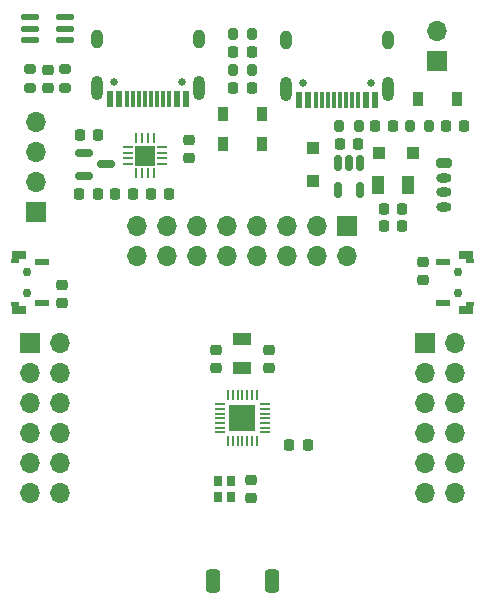
<source format=gbr>
%TF.GenerationSoftware,KiCad,Pcbnew,(6.0.0)*%
%TF.CreationDate,2022-01-05T23:10:14+08:00*%
%TF.ProjectId,CH573_KIT,43483537-335f-44b4-9954-2e6b69636164,rev?*%
%TF.SameCoordinates,Original*%
%TF.FileFunction,Soldermask,Top*%
%TF.FilePolarity,Negative*%
%FSLAX46Y46*%
G04 Gerber Fmt 4.6, Leading zero omitted, Abs format (unit mm)*
G04 Created by KiCad (PCBNEW (6.0.0)) date 2022-01-05 23:10:14*
%MOMM*%
%LPD*%
G01*
G04 APERTURE LIST*
G04 Aperture macros list*
%AMRoundRect*
0 Rectangle with rounded corners*
0 $1 Rounding radius*
0 $2 $3 $4 $5 $6 $7 $8 $9 X,Y pos of 4 corners*
0 Add a 4 corners polygon primitive as box body*
4,1,4,$2,$3,$4,$5,$6,$7,$8,$9,$2,$3,0*
0 Add four circle primitives for the rounded corners*
1,1,$1+$1,$2,$3*
1,1,$1+$1,$4,$5*
1,1,$1+$1,$6,$7*
1,1,$1+$1,$8,$9*
0 Add four rect primitives between the rounded corners*
20,1,$1+$1,$2,$3,$4,$5,0*
20,1,$1+$1,$4,$5,$6,$7,0*
20,1,$1+$1,$6,$7,$8,$9,0*
20,1,$1+$1,$8,$9,$2,$3,0*%
G04 Aperture macros list end*
%ADD10RoundRect,0.225000X-0.250000X0.225000X-0.250000X-0.225000X0.250000X-0.225000X0.250000X0.225000X0*%
%ADD11RoundRect,0.225000X0.225000X0.250000X-0.225000X0.250000X-0.225000X-0.250000X0.225000X-0.250000X0*%
%ADD12RoundRect,0.200000X0.200000X0.275000X-0.200000X0.275000X-0.200000X-0.275000X0.200000X-0.275000X0*%
%ADD13RoundRect,0.200000X-0.200000X-0.275000X0.200000X-0.275000X0.200000X0.275000X-0.200000X0.275000X0*%
%ADD14O,1.700000X1.700000*%
%ADD15R,1.700000X1.700000*%
%ADD16RoundRect,0.200000X0.275000X-0.200000X0.275000X0.200000X-0.275000X0.200000X-0.275000X-0.200000X0*%
%ADD17RoundRect,0.218750X0.218750X0.256250X-0.218750X0.256250X-0.218750X-0.256250X0.218750X-0.256250X0*%
%ADD18RoundRect,0.225000X0.250000X-0.225000X0.250000X0.225000X-0.250000X0.225000X-0.250000X-0.225000X0*%
%ADD19R,0.800000X0.900000*%
%ADD20RoundRect,0.225000X-0.225000X-0.250000X0.225000X-0.250000X0.225000X0.250000X-0.225000X0.250000X0*%
%ADD21C,0.650000*%
%ADD22R,0.600000X1.450000*%
%ADD23R,0.300000X1.450000*%
%ADD24O,1.000000X2.100000*%
%ADD25O,1.000000X1.600000*%
%ADD26RoundRect,0.150000X-0.587500X-0.150000X0.587500X-0.150000X0.587500X0.150000X-0.587500X0.150000X0*%
%ADD27R,0.900000X1.200000*%
%ADD28R,1.100000X1.100000*%
%ADD29RoundRect,0.125000X-0.650000X-0.125000X0.650000X-0.125000X0.650000X0.125000X-0.650000X0.125000X0*%
%ADD30R,1.500000X1.000000*%
%ADD31C,0.750000*%
%ADD32R,1.200000X0.600000*%
%ADD33R,0.650000X0.450000*%
%ADD34R,1.300000X0.650000*%
%ADD35RoundRect,0.062500X0.062500X-0.350000X0.062500X0.350000X-0.062500X0.350000X-0.062500X-0.350000X0*%
%ADD36RoundRect,0.062500X0.350000X-0.062500X0.350000X0.062500X-0.350000X0.062500X-0.350000X-0.062500X0*%
%ADD37RoundRect,0.150000X-0.150000X0.512500X-0.150000X-0.512500X0.150000X-0.512500X0.150000X0.512500X0*%
%ADD38RoundRect,0.050000X-0.050000X0.362500X-0.050000X-0.362500X0.050000X-0.362500X0.050000X0.362500X0*%
%ADD39RoundRect,0.050000X-0.362500X0.050000X-0.362500X-0.050000X0.362500X-0.050000X0.362500X0.050000X0*%
%ADD40R,2.300000X2.300000*%
%ADD41RoundRect,0.300000X0.300000X0.700000X-0.300000X0.700000X-0.300000X-0.700000X0.300000X-0.700000X0*%
%ADD42RoundRect,0.200000X-0.450000X0.200000X-0.450000X-0.200000X0.450000X-0.200000X0.450000X0.200000X0*%
%ADD43O,1.300000X0.800000*%
%ADD44R,1.000000X1.500000*%
G04 APERTURE END LIST*
D10*
%TO.C,C4*%
X165750000Y-90225000D03*
X165750000Y-91775000D03*
%TD*%
D11*
%TO.C,C11*%
X152750000Y-66000000D03*
X151200000Y-66000000D03*
%TD*%
D12*
%TO.C,R4*%
X174825000Y-60250000D03*
X173175000Y-60250000D03*
%TD*%
D13*
%TO.C,R2*%
X179175000Y-60250000D03*
X180825000Y-60250000D03*
%TD*%
D14*
%TO.C,J3*%
X149515000Y-91350000D03*
X146975000Y-91350000D03*
X149515000Y-88810000D03*
X146975000Y-88810000D03*
X149515000Y-86270000D03*
X146975000Y-86270000D03*
X149515000Y-83730000D03*
X146975000Y-83730000D03*
X149515000Y-81190000D03*
X146975000Y-81190000D03*
X149515000Y-78650000D03*
D15*
X146975000Y-78650000D03*
%TD*%
D16*
%TO.C,R5*%
X150000000Y-57075000D03*
X150000000Y-55425000D03*
%TD*%
D17*
%TO.C,F2*%
X178537500Y-68750000D03*
X176962500Y-68750000D03*
%TD*%
D18*
%TO.C,C12*%
X160500000Y-63000000D03*
X160500000Y-61450000D03*
%TD*%
D15*
%TO.C,J4*%
X173875000Y-68725000D03*
D14*
X173875000Y-71265000D03*
X171335000Y-68725000D03*
X171335000Y-71265000D03*
X168795000Y-68725000D03*
X168795000Y-71265000D03*
X166255000Y-68725000D03*
X166255000Y-71265000D03*
X163715000Y-68725000D03*
X163715000Y-71265000D03*
X161175000Y-68725000D03*
X161175000Y-71265000D03*
X158635000Y-68725000D03*
X158635000Y-71265000D03*
X156095000Y-68725000D03*
X156095000Y-71265000D03*
%TD*%
D19*
%TO.C,Y1*%
X164050000Y-90300000D03*
X164050000Y-91700000D03*
X162950000Y-91700000D03*
X162950000Y-90300000D03*
%TD*%
D10*
%TO.C,C16*%
X180250000Y-71725000D03*
X180250000Y-73275000D03*
%TD*%
D20*
%TO.C,C2*%
X164225000Y-57000000D03*
X165775000Y-57000000D03*
%TD*%
D11*
%TO.C,C7*%
X174775000Y-61750000D03*
X173225000Y-61750000D03*
%TD*%
D21*
%TO.C,USB2*%
X159890000Y-56540000D03*
X154110000Y-56540000D03*
D22*
X160250000Y-57985000D03*
X159450000Y-57985000D03*
D23*
X158250000Y-57985000D03*
X157250000Y-57985000D03*
X156750000Y-57985000D03*
X155750000Y-57985000D03*
D22*
X154550000Y-57985000D03*
X153750000Y-57985000D03*
X153750000Y-57985000D03*
X154550000Y-57985000D03*
D23*
X155250000Y-57985000D03*
X156250000Y-57985000D03*
X157750000Y-57985000D03*
X158750000Y-57985000D03*
D22*
X159450000Y-57985000D03*
X160250000Y-57985000D03*
D24*
X152680000Y-57070000D03*
D25*
X161320000Y-52890000D03*
D24*
X161320000Y-57070000D03*
D25*
X152680000Y-52890000D03*
%TD*%
D26*
%TO.C,U3*%
X151562500Y-62550000D03*
X151562500Y-64450000D03*
X153437500Y-63500000D03*
%TD*%
D15*
%TO.C,J2*%
X147500000Y-67500000D03*
D14*
X147500000Y-64960000D03*
X147500000Y-62420000D03*
X147500000Y-59880000D03*
%TD*%
D21*
%TO.C,USB1*%
X170110000Y-56600000D03*
X175890000Y-56600000D03*
D22*
X176250000Y-58045000D03*
X175450000Y-58045000D03*
D23*
X174250000Y-58045000D03*
X173250000Y-58045000D03*
X172750000Y-58045000D03*
X171750000Y-58045000D03*
D22*
X170550000Y-58045000D03*
X169750000Y-58045000D03*
X169750000Y-58045000D03*
X170550000Y-58045000D03*
D23*
X171250000Y-58045000D03*
X172250000Y-58045000D03*
X173750000Y-58045000D03*
X174750000Y-58045000D03*
D22*
X175450000Y-58045000D03*
X176250000Y-58045000D03*
D25*
X168680000Y-52950000D03*
D24*
X168680000Y-57130000D03*
D25*
X177320000Y-52950000D03*
D24*
X177320000Y-57130000D03*
%TD*%
D15*
%TO.C,J1*%
X181500000Y-54775000D03*
D14*
X181500000Y-52235000D03*
%TD*%
D11*
%TO.C,C13*%
X178525000Y-67250000D03*
X176975000Y-67250000D03*
%TD*%
D16*
%TO.C,R6*%
X147000000Y-57075000D03*
X147000000Y-55425000D03*
%TD*%
D27*
%TO.C,D4*%
X166650000Y-59250000D03*
X163350000Y-59250000D03*
%TD*%
D28*
%TO.C,D6*%
X171000000Y-62100000D03*
X171000000Y-64900000D03*
%TD*%
D29*
%TO.C,U5*%
X147000000Y-51000000D03*
X147000000Y-52000000D03*
X147000000Y-53000000D03*
X150000000Y-53000000D03*
X150000000Y-52000000D03*
X150000000Y-51000000D03*
%TD*%
D30*
%TO.C,L1*%
X165000000Y-80750000D03*
X165000000Y-78250000D03*
%TD*%
D31*
%TO.C,SW2*%
X183250000Y-74350000D03*
X183250000Y-72650000D03*
D32*
X181950000Y-71800000D03*
X181950000Y-75200000D03*
D33*
X184225000Y-75300000D03*
D34*
X183900000Y-75825000D03*
D33*
X184225000Y-71700000D03*
D34*
X183900000Y-71175000D03*
%TD*%
D35*
%TO.C,U4*%
X156000000Y-64212500D03*
X156500000Y-64212500D03*
X157000000Y-64212500D03*
X157500000Y-64212500D03*
D36*
X158212500Y-63500000D03*
X158212500Y-63000000D03*
X158212500Y-62500000D03*
X158212500Y-62000000D03*
D35*
X157500000Y-61287500D03*
X157000000Y-61287500D03*
X156500000Y-61287500D03*
X156000000Y-61287500D03*
D36*
X155287500Y-62000000D03*
X155287500Y-62500000D03*
X155287500Y-63000000D03*
X155287500Y-63500000D03*
D15*
X156750000Y-62750000D03*
%TD*%
D17*
%TO.C,F1*%
X177787500Y-60250000D03*
X176212500Y-60250000D03*
%TD*%
D14*
%TO.C,J6*%
X183015000Y-91350000D03*
X180475000Y-91350000D03*
X183015000Y-88810000D03*
X180475000Y-88810000D03*
X183015000Y-86270000D03*
X180475000Y-86270000D03*
X183015000Y-83730000D03*
X180475000Y-83730000D03*
X183015000Y-81190000D03*
X180475000Y-81190000D03*
X183015000Y-78650000D03*
D15*
X180475000Y-78650000D03*
%TD*%
D28*
%TO.C,D5*%
X179400000Y-62500000D03*
X176600000Y-62500000D03*
%TD*%
D27*
%TO.C,D1*%
X179850000Y-57985000D03*
X183150000Y-57985000D03*
%TD*%
D31*
%TO.C,SW1*%
X146750000Y-74350000D03*
X146750000Y-72650000D03*
D32*
X148050000Y-75200000D03*
X148050000Y-71800000D03*
D34*
X146100000Y-71175000D03*
X146100000Y-75825000D03*
D33*
X145775000Y-71700000D03*
X145775000Y-75300000D03*
%TD*%
D37*
%TO.C,U2*%
X174950000Y-63362500D03*
X174000000Y-63362500D03*
X173050000Y-63362500D03*
X173050000Y-65637500D03*
X174950000Y-65637500D03*
%TD*%
D13*
%TO.C,R1*%
X164175000Y-52500000D03*
X165825000Y-52500000D03*
%TD*%
D18*
%TO.C,C3*%
X162750000Y-80750000D03*
X162750000Y-79200000D03*
%TD*%
D11*
%TO.C,C8*%
X152775000Y-61000000D03*
X151225000Y-61000000D03*
%TD*%
D38*
%TO.C,U1*%
X166200000Y-83062500D03*
X165800000Y-83062500D03*
X165400000Y-83062500D03*
X165000000Y-83062500D03*
X164600000Y-83062500D03*
X164200000Y-83062500D03*
X163800000Y-83062500D03*
D39*
X163062500Y-83800000D03*
X163062500Y-84200000D03*
X163062500Y-84600000D03*
X163062500Y-85000000D03*
X163062500Y-85400000D03*
X163062500Y-85800000D03*
X163062500Y-86200000D03*
D38*
X163800000Y-86937500D03*
X164200000Y-86937500D03*
X164600000Y-86937500D03*
X165000000Y-86937500D03*
X165400000Y-86937500D03*
X165800000Y-86937500D03*
X166200000Y-86937500D03*
D39*
X166937500Y-86200000D03*
X166937500Y-85800000D03*
X166937500Y-85400000D03*
X166937500Y-85000000D03*
X166937500Y-84600000D03*
X166937500Y-84200000D03*
X166937500Y-83800000D03*
D40*
X165000000Y-85000000D03*
%TD*%
D18*
%TO.C,C14*%
X148500000Y-57025000D03*
X148500000Y-55475000D03*
%TD*%
D41*
%TO.C,AE1*%
X167500000Y-98750000D03*
X162500000Y-98750000D03*
%TD*%
D11*
%TO.C,C9*%
X155750000Y-66000000D03*
X154200000Y-66000000D03*
%TD*%
D17*
%TO.C,D3*%
X183787500Y-60250000D03*
X182212500Y-60250000D03*
%TD*%
D42*
%TO.C,J5*%
X182050000Y-63375000D03*
D43*
X182050000Y-64625000D03*
X182050000Y-65875000D03*
X182050000Y-67125000D03*
%TD*%
D27*
%TO.C,D2*%
X163350000Y-61750000D03*
X166650000Y-61750000D03*
%TD*%
D18*
%TO.C,C6*%
X167250000Y-80775000D03*
X167250000Y-79225000D03*
%TD*%
D11*
%TO.C,C1*%
X165775000Y-54000000D03*
X164225000Y-54000000D03*
%TD*%
D12*
%TO.C,R3*%
X165825000Y-55500000D03*
X164175000Y-55500000D03*
%TD*%
D18*
%TO.C,C15*%
X149750000Y-75250000D03*
X149750000Y-73700000D03*
%TD*%
D20*
%TO.C,C10*%
X157250000Y-66000000D03*
X158800000Y-66000000D03*
%TD*%
%TO.C,C5*%
X168975000Y-87250000D03*
X170525000Y-87250000D03*
%TD*%
D44*
%TO.C,L2*%
X176500000Y-65250000D03*
X179000000Y-65250000D03*
%TD*%
M02*

</source>
